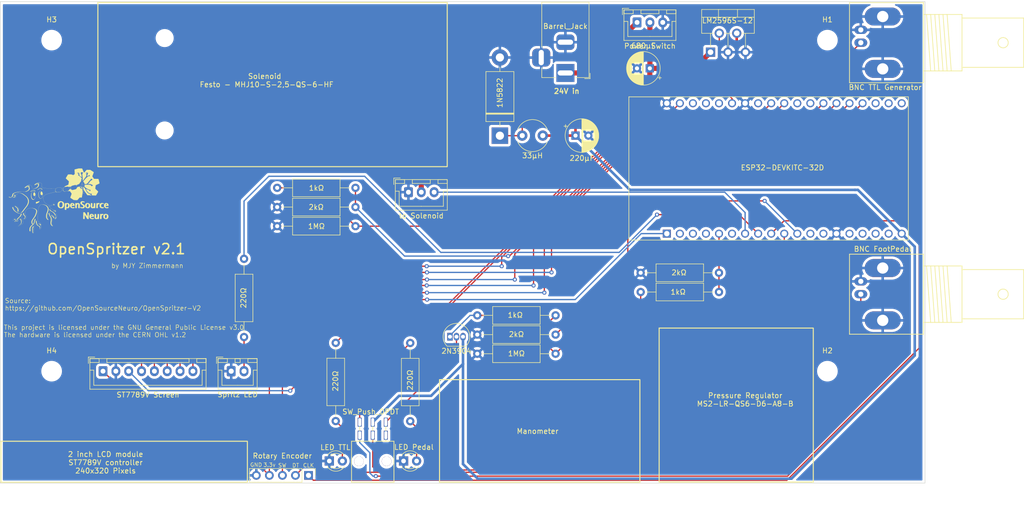
<source format=kicad_pcb>
(kicad_pcb (version 20211014) (generator pcbnew)
  (layers (0 "F.Cu" signal) (31 "B.Cu" signal) (34 "B.Paste" user) (35 "F.Paste" user) (36 "B.SilkS" user "B.Silkscreen") (37 "F.SilkS" user "F.Silkscreen") (38 "B.Mask" user) (39 "F.Mask" user) (44 "Edge.Cuts" user))
  (net 0 "")
  (net 1 "Vin 24V")
  (net 2 "VCC 5V")
  (net 3 "Net-(D2-Pad2)")
  (net 4 "Net-(D3-Pad2)")
  (net 5 "Net-(J1-Pad1)")
  (net 6 "Net-(D1-Pad1)")
  (net 7 "Net-(J3-Pad1)")
  (net 8 "Net-(R1-Pad2)")
  (net 9 "Net-(R2-Pad2)")
  (net 10 "Net-(R3-Pad1)")
  (net 11 "Net-(J2-Pad1)")
  (net 12 "3.3V")
  (net 16 "Solenoid")
  (net 17 "Net-(R6-Pad1)")
  (net 19 "Pedal")
  (net 20 "SpritzLED")
  (net 21 "TTL_Screen")
  (net 26 "TTL")
  (net 30 "Rotary_CLK")
  (net 32 "Rotary_DT")
  (net 36 "Rotary_SW")
  (net 37 "Screen_DIN")
  (net 38 "Screen_CLK")
  (net 42 "Net-(D4-Pad2)")
  (net 43 "Screen_DC")
  (net 45 "Screen_RST")
  (net 47 "Screen_BL")
  (net 48 "Screen_CS")
  (net 49 "GNDREF")
  (footprint "Resistor_THT:R_Axial_DIN0309_L9.0mm_D3.2mm_P15.24mm_Horizontal" (layer "F.Cu") (at 92.85 68.6)
    (fp_text reference "R7")
    (fp_text value "1MΩ" (at 7.62 -0.025) (layer "F.SilkS"))
    (pad "1" thru_hole circle (at 0 0) (size 1.6 1.6) (drill 0.8) (layers *.Cu *.Mask) (net 49 "GNDREF"))
    (pad "2" thru_hole oval (at 15.24 0) (size 1.6 1.6) (drill 0.8) (layers *.Cu *.Mask) (net 21 "TTL_Screen"))
  )
  (footprint "Resistor_THT:R_Axial_DIN0309_L9.0mm_D3.2mm_P15.24mm_Horizontal" (layer "F.Cu") (at 92.85 61.125)
    (fp_text reference "R6")
    (fp_text value "1kΩ" (at 7.395 -0.05) (layer "F.SilkS"))
    (pad "1" thru_hole circle (at 0 0) (size 1.6 1.6) (drill 0.8) (layers *.Cu *.Mask) (net 17 "Net-(R6-Pad1)"))
    (pad "2" thru_hole oval (at 15.24 0) (size 1.6 1.6) (drill 0.8) (layers *.Cu *.Mask) (net 21 "TTL_Screen"))
  )
  (footprint "Connector_JST:JST_XH_B8B-XH-A_1x08_P2.50mm_Vertical" (layer "F.Cu") (at 20 72)
    (fp_text reference "U3")
    (fp_text value "ST7789V Screen" (at 8.75 4.6) (layer "F.SilkS"))
    (pad "1" thru_hole roundrect (at 0 0) (size 1.7 1.95) (drill 0.95) (layers *.Cu *.Mask) (roundrect_rratio 0.1470588235) (net 12 "3.3V"))
    (pad "2" thru_hole oval (at 2.5 0) (size 1.7 1.95) (drill 0.95) (layers *.Cu *.Mask) (net 49 "GNDREF"))
    (pad "3" thru_hole oval (at 5 0) (size 1.7 1.95) (drill 0.95) (layers *.Cu *.Mask) (net 37 "Screen_DIN"))
    (pad "4" thru_hole oval (at 7.5 0) (size 1.7 1.95) (drill 0.95) (layers *.Cu *.Mask) (net 38 "Screen_CLK"))
    (pad "5" thru_hole oval (at 10 0) (size 1.7 1.95) (drill 0.95) (layers *.Cu *.Mask) (net 48 "Screen_CS"))
    (pad "6" thru_hole oval (at 12.5 0) (size 1.7 1.95) (drill 0.95) (layers *.Cu *.Mask) (net 43 "Screen_DC"))
    (pad "7" thru_hole oval (at 15 0) (size 1.7 1.95) (drill 0.95) (layers *.Cu *.Mask) (net 45 "Screen_RST"))
    (pad "8" thru_hole oval (at 17.5 0) (size 1.7 1.95) (drill 0.95) (layers *.Cu *.Mask) (net 47 "Screen_BL"))
  )
  (footprint "Resistor_THT:R_Axial_DIN0309_L9.0mm_D3.2mm_P15.24mm_Horizontal" (layer "F.Cu") (at 47.45 65.35 90)
    (fp_text reference "R5")
    (fp_text value "220Ω" (at 7.62 -0.1 90) (layer "F.SilkS"))
    (pad "1" thru_hole circle (at 0 0 90) (size 1.6 1.6) (drill 0.8) (layers *.Cu *.Mask) (net 42 "Net-(D4-Pad2)"))
    (pad "2" thru_hole oval (at 15.24 0 90) (size 1.6 1.6) (drill 0.8) (layers *.Cu *.Mask) (net 20 "SpritzLED"))
  )
  (footprint "Connector_JST:JST_XH_B2B-XH-A_1x02_P2.50mm_Vertical" (layer "F.Cu") (at 44.95 72)
    (fp_text reference "D4")
    (fp_text value "Spritz LED" (at 1.25 4.55 180) (layer "F.SilkS"))
    (pad "1" thru_hole roundrect (at 0 0) (size 1.7 2) (drill 1) (layers *.Cu *.Mask) (roundrect_rratio 0.1470588235) (net 49 "GNDREF"))
    (pad "2" thru_hole oval (at 2.5 0) (size 1.7 2) (drill 1) (layers *.Cu *.Mask) (net 42 "Net-(D4-Pad2)"))
  )
  (footprint "Resistor_THT:R_Axial_DIN0309_L9.0mm_D3.2mm_P15.24mm_Horizontal" (layer "F.Cu") (at 124.655 56.575)
    (fp_text reference "R3")
    (fp_text value "1kΩ" (at 7.295 0) (layer "F.SilkS"))
    (pad "1" thru_hole circle (at 0 0) (size 1.6 1.6) (drill 0.8) (layers *.Cu *.Mask) (net 10 "Net-(R3-Pad1)"))
    (pad "2" thru_hole oval (at 15.24 0) (size 1.6 1.6) (drill 0.8) (layers *.Cu *.Mask) (net 19 "Pedal"))
  )
  (footprint "Connector_JST:JST_XH_B3B-XH-A_1x03_P2.50mm_Vertical" (layer "F.Cu") (at 79.45 37.125)
    (fp_text reference "J4")
    (fp_text value "to Solenoid" (at 2.5 4.6) (layer "F.SilkS"))
    (pad "1" thru_hole roundrect (at 0 0) (size 1.7 1.95) (drill 0.95) (layers *.Cu *.Mask) (roundrect_rratio 0.1470588235) (net 49 "GNDREF"))
    (pad "2" thru_hole oval (at 2.5 0) (size 1.7 1.95) (drill 0.95) (layers *.Cu *.Mask) (net 1 "Vin 24V"))
    (pad "3" thru_hole oval (at 5 0) (size 1.7 1.95) (drill 0.95) (layers *.Cu *.Mask) (net 16 "Solenoid"))
  )
  (footprint "Connector_PinHeader_2.54mm:PinHeader_1x05_P2.54mm_Vertical" (layer "F.Cu") (at 60 92.3 -90)
    (fp_text reference "SW3")
    (fp_text value "Rotary Encoder" (at -3.8 5.1 180) (layer "F.SilkS"))
    (pad "1" thru_hole rect (at 0 0 270) (size 1.7 1.7) (drill 1) (layers *.Cu *.Mask) (net 30 "Rotary_CLK"))
    (pad "2" thru_hole oval (at 0 2.54 270) (size 1.7 1.7) (drill 1) (layers *.Cu *.Mask) (net 32 "Rotary_DT"))
    (pad "3" thru_hole oval (at 0 5.08 270) (size 1.7 1.7) (drill 1) (layers *.Cu *.Mask) (net 36 "Rotary_SW"))
    (pad "4" thru_hole oval (at 0 7.62 270) (size 1.7 1.7) (drill 1) (layers *.Cu *.Mask) (net 12 "3.3V"))
    (pad "5" thru_hole oval (at 0 10.16 270) (size 1.7 1.7) (drill 1) (layers *.Cu *.Mask) (net 49 "GNDREF"))
  )
  (footprint "MountingHole:MountingHole_2.5mm" (layer "F.Cu") (at 32 7.1)
    (fp_text reference "REF**")
    (fp_text value "MountingHole_2.5mm")
    (pad "" np_thru_hole circle (at 0 0) (size 2.5 2.5) (drill 2.5) (layers *.Cu *.Mask))
  )
  (footprint "LED_THT:LED_D3.0mm" (layer "F.Cu") (at 78.5 89.5)
    (fp_text reference "D2")
    (fp_text value "LED Pedal" (at 2.025 -2.7) (layer "F.SilkS"))
    (pad "1" thru_hole rect (at 0 0) (size 1.8 1.8) (drill 0.9) (layers *.Cu *.Mask) (net 49 "GNDREF"))
    (pad "2" thru_hole circle (at 2.54 0) (size 1.8 1.8) (drill 0.9) (layers *.Cu *.Mask) (net 3 "Net-(D2-Pad2)"))
  )
  (footprint "MountingHole:MountingHole_2.5mm" (layer "F.Cu") (at 32 25.1)
    (fp_text reference "REF**")
    (fp_text value "MountingHole_2.5mm")
    (pad "" np_thru_hole circle (at 0 0) (size 2.5 2.5) (drill 2.5) (layers *.Cu *.Mask))
  )
  (footprint "Maxime:Spiky 20" (layer "F.Cu") (at 11.089525 38.782943)
    (fp_text reference "" (at 0 0) (layer "F.SilkS") (effects (font (size 1.524 1.524) (thickness 0.3))))
    (fp_text value "LOGO" hide)
  )
  (footprint "Maxime:BNC_Socket_TYCO-AMP_LargePads" (layer "F.Cu") (at 172.5 57 -90)
    (fp_text reference "J2")
    (fp_text value "BNC FootPedal" (at -8.8 0.7) (layer "F.SilkS"))
    (pad "1" thru_hole oval locked (at 0 5.00126 270) (size 1.6002 2.49936) (drill 1.00076) (layers *.Cu *.Mask) (net 11 "Net-(J2-Pad1)"))
    (pad "2" thru_hole oval locked (at -5.09778 0.7366 270) (size 3.50012 7.00024) (drill 2.19964) (layers *.Cu *.Mask) (net 49 "GNDREF"))
    (pad "2" thru_hole oval locked (at 5.10032 0.7366 270) (size 3.50012 7.00024) (drill 2.19964) (layers *.Cu *.Mask) (net 49 "GNDREF"))
    (pad "2" thru_hole oval locked (at -2.49936 5.00126 270) (size 1.6002 2.49936) (drill 1.00076) (layers *.Cu *.Mask) (net 49 "GNDREF"))
  )
  (footprint "Resistor_THT:R_Axial_DIN0309_L9.0mm_D3.2mm_P15.24mm_Horizontal" (layer "F.Cu") (at 53.9 43.75)
    (fp_text reference "R9")
    (fp_text value "1MΩ" (at 7.645 0.025) (layer "F.SilkS"))
    (pad "1" thru_hole circle (at 0 0) (size 1.6 1.6) (drill 0.8) (layers *.Cu *.Mask) (net 49 "GNDREF"))
    (pad "2" thru_hole oval (at 15.24 0) (size 1.6 1.6) (drill 0.8) (layers *.Cu *.Mask) (net 7 "Net-(J3-Pad1)"))
  )
  (footprint "Module:MODULE_ESP32-DEVKITC-32D" (layer "F.Cu") (at 149.5 32.5 90)
    (fp_text reference "U1")
    (fp_text value "ESP32-DEVKITC-32D" (at 0.15 2.75 180) (layer "F.SilkS") (effects (font (size 1.001047 1.001047))))
    (pad "1" thru_hole rect locked (at -12.7 -19.76 90) (size 1.56 1.56) (drill 1.04) (layers *.Cu *.Mask) (net 12 "3.3V"))
    (pad "2" thru_hole circle locked (at -12.7 -17.22 90) (size 1.56 1.56) (drill 1.04) (layers *.Cu *.Mask))
    (pad "3" thru_hole circle locked (at -12.7 -14.68 90) (size 1.56 1.56) (drill 1.04) (layers *.Cu *.Mask))
    (pad "4" thru_hole circle locked (at -12.7 -12.14 90) (size 1.56 1.56) (drill 1.04) (layers *.Cu *.Mask))
    (pad "5" thru_hole circle locked (at -12.7 -9.6 90) (size 1.56 1.56) (drill 1.04) (layers *.Cu *.Mask) (net 19 "Pedal"))
    (pad "6" thru_hole circle locked (at -12.7 -7.06 90) (size 1.56 1.56) (drill 1.04) (layers *.Cu *.Mask))
    (pad "7" thru_hole circle locked (at -12.7 -4.52 90) (size 1.56 1.56) (drill 1.04) (layers *.Cu *.Mask) (net 16 "Solenoid"))
    (pad "8" thru_hole circle locked (at -12.7 -1.98 90) (size 1.56 1.56) (drill 1.04) (layers *.Cu *.Mask) (net 20 "SpritzLED"))
    (pad "9" thru_hole circle locked (at -12.7 0.56 90) (size 1.56 1.56) (drill 1.04) (layers *.Cu *.Mask) (net 30 "Rotary_CLK"))
    (pad "10" thru_hole circle locked (at -12.7 3.1 90) (size 1.56 1.56) (drill 1.04) (layers *.Cu *.Mask) (net 32 "Rotary_DT"))
    (pad "11" thru_hole circle locked (at -12.7 5.64 90) (size 1.56 1.56) (drill 1.04) (layers *.Cu *.Mask) (net 21 "TTL_Screen"))
    (pad "12" thru_hole circle locked (at -12.7 8.18 90) (size 1.56 1.56) (drill 1.04) (layers *.Cu *.Mask))
    (pad "13" thru_hole circle locked (at -12.7 10.72 90) (size 1.56 1.56) (drill 1.04) (layers *.Cu *.Mask))
    (pad "14" thru_hole circle locked (at -12.7 13.26 90) (size 1.56 1.56) (drill 1.04) (layers *.Cu *.Mask) (net 49 "GNDREF"))
    (pad "15" thru_hole circle locked (at -12.7 15.8 90) (size 1.56 1.56) (drill 1.04) (layers *.Cu *.Mask))
    (pad "16" thru_hole circle locked (at -12.7 18.34 90) (size 1.56 1.56) (drill 1.04) (layers *.Cu *.Mask))
    (pad "17" thru_hole circle locked (at -12.7 20.88 90) (size 1.56 1.56) (drill 1.04) (layers *.Cu *.Mask))
    (pad "18" thru_hole circle locked (at -12.7 23.42 90) (size 1.56 1.56) (drill 1.04) (layers *.Cu *.Mask))
    (pad "19" thru_hole circle locked (at -12.7 25.96 90) (size 1.56 1.56) (drill 1.04) (layers *.Cu *.Mask) (net 2 "VCC 5V"))
    (pad "20" thru_hole circle locked (at 12.7 -19.76 90) (size 1.56 1.56) (drill 1.04) (layers *.Cu *.Mask) (net 49 "GNDREF"))
    (pad "21" thru_hole circle locked (at 12.7 -17.22 90) (size 1.56 1.56) (drill 1.04) (layers *.Cu *.Mask) (net 37 "Screen_DIN"))
    (pad "22" thru_hole circle locked (at 12.7 -14.68 90) (size 1.56 1.56) (drill 1.04) (layers *.Cu *.Mask))
    (pad "23" thru_hole circle locked (at 12.7 -12.14 90) (size 1.56 1.56) (drill 1.04) (layers *.Cu *.Mask))
    (pad "24" thru_hole circle locked (at 12.7 -9.6 90) (size 1.56 1.56) (drill 1.04) (layers *.Cu *.Mask))
    (pad "25" thru_hole circle locked (at 12.7 -7.06 90) (size 1.56 1.56) (drill 1.04) (layers *.Cu *.Mask) (net 36 "Rotary_SW"))
    (pad "26" thru_hole circle locked (at 12.7 -4.52 90) (size 1.56 1.56) (drill 1.04) (layers *.Cu *.Mask) (net 49 "GNDREF"))
    (pad "27" thru_hole circle locked (at 12.7 -1.98 90) (size 1.56 1.56) (drill 1.04) (layers *.Cu *.Mask))
    (pad "28" thru_hole circle locked (at 12.7 0.56 90) (size 1.56 1.56) (drill 1.04) (layers *.Cu *.Mask) (net 38 "Screen_CLK"))
    (pad "29" thru_hole circle locked (at 12.7 3.1 90) (size 1.56 1.56) (drill 1.04) (layers *.Cu *.Mask) (net 26 "TTL"))
    (pad "30" thru_hole circle locked (at 12.7 5.64 90) (size 1.56 1.56) (drill 1.04) (layers *.Cu *.Mask))
    (pad "31" thru_hole circle locked (at 12.7 8.18 90) (size 1.56 1.56) (drill 1.04) (layers *.Cu *.Mask))
    (pad "32" thru_hole circle locked (at 12.7 10.72 90) (size 1.56 1.56) (drill 1.04) (layers *.Cu *.Mask) (net 43 "Screen_DC"))
    (pad "33" thru_hole circle locked (at 12.7 13.26 90) (size 1.56 1.56) (drill 1.04) (layers *.Cu *.Mask) (net 45 "Screen_RST"))
    (pad "34" thru_hole circle locked (at 12.7 15.8 90) (size 1.56 1.56) (drill 1.04) (layers *.Cu *.Mask) (net 47 "Screen_BL"))
    (pad "35" thru_hole circle locked (at 12.7 18.34 90) (size 1.56 1.56) (drill 1.04) (layers *.Cu *.Mask) (net 48 "Screen_CS"))
    (pad "36" thru_hole circle locked (at 12.7 20.88 90) (size 1.56 1.56) (drill 1.04) (layers *.Cu *.Mask))
    (pad "37" thru_hole circle locked (at 12.7 23.42 90) (size 1.56 1.56) (drill 1.04) (layers *.Cu *.Mask))
    (pad "38" thru_hole circle locked (at 12.7 25.96 90) (size 1.56 1.56) (drill 1.04) (layers *.Cu *.Mask))
  )
  (footprint "Package_TO_SOT_THT:TO-220-5_P3.4x3.7mm_StaggerOdd_Lead3.8mm_Vertical" (layer "F.Cu") (at 138.25 9.85)
    (fp_text reference "U2")
    (fp_text value "LM2596S-12" (at 3.3 -6.15) (layer "F.SilkS"))
    (pad "1" thru_hole rect (at 0 0) (size 1.8 1.8) (drill 1.1) (layers *.Cu *.Mask) (net 1 "Vin 24V"))
    (pad "2" thru_hole oval (at 1.7 -3.7) (size 1.8 1.8) (drill 1.1) (layers *.Cu *.Mask) (net 6 "Net-(D1-Pad1)"))
    (pad "3" thru_hole oval (at 3.4 0) (size 1.8 1.8) (drill 1.1) (layers *.Cu *.Mask) (net 49 "GNDREF"))
    (pad "4" thru_hole oval (at 5.1 -3.7) (size 1.8 1.8) (drill 1.1) (layers *.Cu *.Mask) (net 2 "VCC 5V"))
    (pad "5" thru_hole oval (at 6.8 0) (size 1.8 1.8) (drill 1.1) (layers *.Cu *.Mask) (net 49 "GNDREF"))
  )
  (footprint "Maxime:BNC_Socket_TYCO-AMP_LargePads" (layer "F.Cu") (at 172.5 8 -90)
    (fp_text reference "J3")
    (fp_text value "BNC TTL Generator" (at 8.7 0.25) (layer "F.SilkS"))
    (pad "1" thru_hole oval locked (at 0 5.00126 270) (size 1.6002 2.49936) (drill 1.00076) (layers *.Cu *.Mask) (net 7 "Net-(J3-Pad1)"))
    (pad "2" thru_hole oval locked (at -5.09778 0.7366 270) (size 3.50012 7.00024) (drill 2.19964) (layers *.Cu *.Mask) (net 49 "GNDREF"))
    (pad "2" thru_hole oval locked (at -2.49936 5.00126 270) (size 1.6002 2.49936) (drill 1.00076) (layers *.Cu *.Mask) (net 49 "GNDREF"))
    (pad "2" thru_hole oval locked (at 5.10032 0.7366 270) (size 3.50012 7.00024) (drill 2.19964) (layers *.Cu *.Mask) (net 49 "GNDREF"))
  )
  (footprint "Connector_JST:JST_XH_B3B-XH-A_1x03_P2.50mm_Vertical" (layer "F.Cu") (at 123.95 4.05)
    (fp_text reference "SW1")
    (fp_text value "Power Switch" (at 2.5 4.6) (layer "F.SilkS"))
    (pad "1" thru_hole roundrect (at 0 0) (size 1.7 1.95) (drill 0.95) (layers *.Cu *.Mask) (roundrect_rratio 0.1470588235) (net 5 "Net-(J1-Pad1)"))
    (pad "2" thru_hole oval (at 2.5 0) (size 1.7 1.95) (drill 0.95) (layers *.Cu *.Mask) (net 1 "Vin 24V"))
    (pad "3" thru_hole oval (at 5 0) (size 1.7 1.95) (drill 0.95) (layers *.Cu *.Mask) (net 49 "GNDREF"))
  )
  (footprint "Inductor_THT:L_Radial_D6.0mm_P4.00mm" (layer "F.Cu") (at 101.6 26.1)
    (fp_text reference "L1")
    (fp_text value "33μH" (at 2 3.9) (layer "F.SilkS"))
    (pad "1" thru_hole circle (at 0 0) (size 2 2) (drill 1) (layers *.Cu *.Mask) (net 6 "Net-(D1-Pad1)"))
    (pad "2" thru_hole circle (at 4 0) (size 2 2) (drill 1) (layers *.Cu *.Mask) (net 2 "VCC 5V"))
  )
  (footprint "LED_THT:LED_D3.0mm" (layer "F.Cu") (at 64.05 89.5)
    (fp_text reference "D3")
    (fp_text value "LED TTL" (at 1.175 -2.65) (layer "F.SilkS"))
    (pad "1" thru_hole rect (at 0 0) (size 1.8 1.8) (drill 0.9) (layers *.Cu *.Mask) (net 49 "GNDREF"))
    (pad "2" thru_hole circle (at 2.54 0) (size 1.8 1.8) (drill 0.9) (layers *.Cu *.Mask) (net 4 "Net-(D3-Pad2)"))
  )
  (footprint "Resistor_THT:R_Axial_DIN0309_L9.0mm_D3.2mm_P15.24mm_Horizontal" (layer "F.Cu") (at 124.65 52.825)
    (fp_text reference "R4")
    (fp_text value "2kΩ" (at 7.47 -0.025) (layer "F.SilkS"))
    (pad "1" thru_hole circle (at 0 0) (size 1.6 1.6) (drill 0.8) (layers *.Cu *.Mask) (net 49 "GNDREF"))
    (pad "2" thru_hole oval (at 15.24 0) (size 1.6 1.6) (drill 0.8) (layers *.Cu *.Mask) (net 19 "Pedal"))
  )
  (footprint "MountingHole:MountingHole_3mm" (layer "F.Cu") (at 161 7.5)
    (fp_text reference "H1" (at 0 -4) (layer "F.SilkS"))
    (fp_text value "MountingHole")
    (pad "" np_thru_hole circle (at 0 0) (size 3 3) (drill 3) (layers *.Cu *.Mask))
  )
  (footprint "Resistor_THT:R_Axial_DIN0309_L9.0mm_D3.2mm_P15.24mm_Horizontal" (layer "F.Cu") (at 53.9 40.025)
    (fp_text reference "R10")
    (fp_text value "2kΩ" (at 7.595 0.025) (layer "F.SilkS"))
    (pad "1" thru_hole circle (at 0 0) (size 1.6 1.6) (drill 0.8) (layers *.Cu *.Mask) (net 49 "GNDREF"))
    (pad "2" thru_hole oval (at 15.24 0) (size 1.6 1.6) (drill 0.8) (layers *.Cu *.Mask) (net 26 "TTL"))
  )
  (footprint "Maxime:maxi_DPDT_Angled" (layer "F.Cu") (at 72.5 93.65)
    (fp_text reference "SW2" hide)
    (fp_text value "SW_Push_DPDT" (at -0.4 -13.75) (layer "F.SilkS"))
    (pad "" thru_hole circle locked (at -2.7 -4.1) (size 1.85 1.85) (drill 1.85) (layers *.Cu *.Mask))
    (pad "" thru_hole circle locked (at 2.7 -4.1) (size 1.85 1.85) (drill 1.85) (layers *.Cu *.Mask))
    (pad "1" thru_hole rect locked (at -2.54 -11.72) (size 0.75 1.75) (drill oval 0.55 1.55) (layers *.Cu *.Mask) (net 8 "Net-(R1-Pad2)"))
    (pad "2" thru_hole rect locked (at 0 -11.72) (size 0.75 1.75) (drill oval 0.55 1.55) (layers *.Cu *.Mask) (net 2 "VCC 5V"))
    (pad "3" thru_hole rect locked (at 2.54 -11.72) (size 0.75 1.75) (drill oval 0.55 1.55) (layers *.Cu *.Mask) (net 9 "Net-(R2-Pad2)"))
    (pad "4" thru_hole rect locked (at -2.54 -9.18) (size 0.75 1.75) (drill oval 0.55 1.55) (layers *.Cu *.Mask) (net 11 "Net-(J2-Pad1)"))
    (pad "5" thru_hole rect locked (at 0 -9.18) (size 0.75 1.75) (drill oval 0.55 1.55) (layers *.Cu *.Mask) (net 10 "Net-(R3-Pad1)"))
    (pad "6" thru_hole rect locked (at 2.54 -9.18) (size 0.75 1.75) (drill oval 0.55 1.55) (layers *.Cu *.Mask))
  )
  (footprint "Resistor_THT:R_Axial_DIN0309_L9.0mm_D3.2mm_P15.24mm_Horizontal" (layer "F.Cu") (at 65.3 81.72 90)
    (fp_text reference "R2")
    (fp_text value "220Ω" (at 7.795 -0.05 90) (layer "F.SilkS"))
    (pad "1" thru_hole circle (at 0 0 90) (size 1.6 1.6) (drill 0.8) (layers *.Cu *.Mask) (net 4 "Net-(D3-Pad2)"))
    (pad "2" thru_hole oval (at 15.24 0 90) (size 1.6 1.6) (drill 0.8) (layers *.Cu *.Mask) (net 9 "Net-(R2-Pad2)"))
  )
  (footprint "Resistor_THT:R_Axial_DIN0309_L9.0mm_D3.2mm_P15.24mm_Horizontal" (layer "F.Cu") (at 92.85 64.875)
    (fp_text reference "R8")
    (fp_text value "2kΩ" (at 7.62 -0.05) (layer "F.SilkS"))
    (pad "1" thru_hole circle (at 0 0) (size 1.6 1.6) (drill 0.8) (layers *.Cu *.Mask) (net 49 "GNDREF"))
    (pad "2" thru_hole oval (at 15.24 0) (size 1.6 1.6) (drill 0.8) (layers *.Cu *.Mask) (net 17 "Net-(R6-Pad1)"))
  )
  (footprint "Resistor_THT:R_Axial_DIN0309_L9.0mm_D3.2mm_P15.24mm_Horizontal" (layer "F.Cu") (at 53.9 36.275)
    (fp_text reference "R11")
    (fp_text value "1kΩ" (at 7.645 0.05) (layer "F.SilkS"))
    (pad "1" thru_hole circle (at 0 0) (size 1.6 1.6) (drill 0.8) (layers *.Cu *.Mask) (net 7 "Net-(J3-Pad1)"))
    (pad "2" thru_hole oval (at 15.24 0) (size 1.6 1.6) (drill 0.8) (layers *.Cu *.Mask) (net 26 "TTL"))
  )
  (footprint "Diode_THT:D_DO-201AD_P15.24mm_Horizontal" (layer "F.Cu") (at 97.25 26.12 90)
    (fp_text reference "D1")
    (fp_text value "1N5822" (at 8.35 0 90) (layer "F.SilkS"))
    (pad "1" thru_hole rect (at 0 0 90) (size 3.2 3.2) (drill 1.6) (layers *.Cu *.Mask) (net 6 "Net-(D1-Pad1)"))
    (pad "2" thru_hole oval (at 15.24 0 90) (size 3.2 3.2) (drill 1.6) (layers *.Cu *.Mask) (net 49 "GNDREF"))
  )
  (footprint "MountingHole:MountingHole_3mm" (layer "F.Cu") (at 161 72)
    (fp_text reference "H2" (at 0 -4) (layer "F.SilkS"))
    (fp_text value "MountingHole")
    (pad "" np_thru_hole circle (at 0 0) (size 3 3) (drill 3) (layers *.Cu *.Mask))
  )
  (footprint "MountingHole:MountingHole_3mm" (layer "F.Cu") (at 10 7.5)
    (fp_text reference "H3" (at 0 -4) (layer "F.SilkS"))
    (fp_text value "MountingHole")
    (pad "" np_thru_hole circle (at 0 0) (size 3 3) (drill 3) (layers *.Cu *.Mask))
  )
  (footprint "Capacitor_THT:CP_Radial_D6.3mm_P2.50mm" (layer "F.Cu") (at 126.43238 13 180)
    (fp_text reference "C1")
    (fp_text value "680μF" (at 1.25 4.4) (layer "F.SilkS"))
    (pad "1" thru_hole rect (at 0 0 180) (size 1.6 1.6) (drill 0.8) (layers *.Cu *.Mask) (net 1 "Vin 24V"))
    (pad "2" thru_hole circle (at 2.5 0 180) (size 1.6 1.6) (drill 0.8) (layers *.Cu *.Mask) (net 49 "GNDREF"))
  )
  (footprint "Resistor_THT:R_Axial_DIN0309_L9.0mm_D3.2mm_P15.24mm_Horizontal" (layer "F.Cu") (at 79.8 81.745 90)
    (fp_text reference "R1")
    (fp_text value "220Ω" (at 8.02 -0.025 90) (layer "F.SilkS"))
    (pad "1" thru_hole circle (at 0 0 90) (size 1.6 1.6) (drill 0.8) (layers *.Cu *.Mask) (net 3 "Net-(D2-Pad2)"))
    (pad "2" thru_hole oval (at 15.24 0 90) (size 1.6 1.6) (drill 0.8) (layers *.Cu *.Mask) (net 8 "Net-(R1-Pad2)"))
  )
  (footprint "Capacitor_THT:CP_Radial_D6.3mm_P2.50mm" (layer "F.Cu") (at 111.967621 26.1)
    (fp_text reference "C2")
    (fp_text value "220μF" (at 1.25 4.4) (layer "F.SilkS"))
    (pad "1" thru_hole rect (at 0 0) (size 1.6 1.6) (drill 0.8) (layers *.Cu *.Mask) (net 2 "VCC 5V"))
    (pad "2" thru_hole circle (at 2.5 0) (size 1.6 1.6) (drill 0.8) (layers *.Cu *.Mask) (net 49 "GNDREF"))
  )
  (footprint "Connector_BarrelJack:BarrelJack_Horizontal" (layer "F.Cu") (at 110 13.9 -90)
    (fp_text reference "J1")
    (fp_text value "Barrel_Jack" (at -9.1 0 180) (layer "F.SilkS"))
    (pad "1" thru_hole rect (at 0 0 270) (size 3.5 3.5) (drill oval 1 3) (layers *.Cu *.Mask) (net 5 "Net-(J1-Pad1)"))
    (pad "2" thru_hole roundrect (at -6 0 270) (size 3 3.5) (drill oval 1 3) (layers *.Cu *.Mask) (net 49 "GNDREF"))
    (pad "3" thru_hole roundrect (at -3 4.7 270) (size 3.5 3.5) (drill oval 3 1) (layers *.Cu *.Mask) (net 49 "GNDREF"))
  )
  (footprint "Package_TO_SOT_THT:TO-92_Inline" (layer "F.Cu") (at 87.53 65.285)
    (fp_text reference "Q1")
    (fp_text value "2N3904" (at 1.27 2.79) (layer "F.SilkS"))
    (pad "1" thru_hole rect (at 0 0) (size 1.05 1.5) (drill 0.75) (layers *.Cu *.Mask) (net 17 "Net-(R6-Pad1)"))
    (pad "2" thru_hole oval (at 1.27 0) (size 1.05 1.5) (drill 0.75) (layers *.Cu *.Mask) (net 9 "Net-(R2-Pad2)"))
    (pad "3" thru_hole oval (at 2.54 0) (size 1.05 1.5) (drill 0.75) (layers *.Cu *.Mask) (net 2 "VCC 5V"))
  )
  (footprint "MountingHole:MountingHole_3mm" (layer "F.Cu") (at 10 72)
    (fp_text reference "H4" (at 0 -4) (layer "F.SilkS"))
    (fp_text value "MountingHole")
    (pad "" np_thru_hole circle (at 0 0) (size 3 3) (drill 3) (layers *.Cu *.Mask))
  )
  (gr_rect (start 85.5 73.65) (end 124.5 93.65) (layer "F.SilkS") (width 0.2) (fill none))
  (gr_rect (start 128.25 63.6) (end 158.25 93.6) (layer "F.SilkS") (width 0.2) (fill none))
  (gr_rect (start 19 0.15) (end 87 32.15) (layer "F.SilkS") (width 0.2) (fill none))
  (gr_rect (start 0.15 85.65) (end 48.1 93.65) (layer "F.SilkS") (width 0.2) (fill none))
  (gr_rect (start 0 0) (end 180 93.8) (layer "Edge.Cuts") (width 0.1) (fill none))
  (gr_text "24V in" (at 110.25 17.45) (layer "F.SilkS") (effects (font (size 1 1) (thickness 0.2))))
  (gr_text "by MJY Zimmermann\n" (at 35.7 51.45) (layer "F.SilkS") (effects (font (size 0.9 0.9) (thickness 0.1)) (justify right)))
  (gr_text "Source:\nhttps://github.com/OpenSourceNeuro/OpenSpritzer-V2" (at 0.85 59) (layer "F.SilkS") (effects (font (size 0.9 0.9) (thickness 0.1)) (justify left)))
  (gr_text "Manometer\n" (at 104.6 83.7) (layer "F.SilkS") (effects (font (size 1 1))))
  (gr_text "GND" (at 49.8 90.25) (layer "F.SilkS") (effects (font (size 0.75 0.75) (thickness 0.1))))
  (gr_text "SW" (at 54.9 90.35) (layer "F.SilkS") (effects (font (size 0.75 0.75) (thickness 0.1))))
  (gr_text "DT" (at 57.5 90.35) (layer "F.SilkS") (effects (font (size 0.75 0.75) (thickness 0.1))))
  (gr_text "2 inch LCD module\nST7789V controller\n240x320 Pixels" (at 20.5 89.8) (layer "F.SilkS") (effects (font (size 1 1))))
  (gr_text "OpenSpritzer v2.1" (at 22.6 48.2) (layer "F.SilkS") (effects (font (size 2 2) (thickness 0.3))))
  (gr_text "Pressure Regulator\nMS2-LR-QS6-D6-A8-B" (at 145 77.55) (layer "F.SilkS") (effects (font (size 1 1))))
  (gr_text "CLK" (at 60 90.35) (layer "F.SilkS") (effects (font (size 0.75 0.75) (thickness 0.1))))
  (gr_text "This project is licensed under the GNU General Public License v3.0\nThe hardware is licensed under the CERN OHL v1.2" (at 0.65 64.2) (layer "F.SilkS") (effects (font (size 0.9 0.9) (thickness 0.1)) (justify left)))
  (gr_text "3.3v" (at 52.4 90.25) (layer "F.SilkS") (effects (font (size 0.75 0.75) (thickness 0.1))))
  (gr_text "Solenoid \nFesto - MHJ10-S-2,5-QS-6-HF" (at 51.85 15.35) (layer "F.SilkS") (effects (font (size 1 1))))
  (segment (start 126.45 4.05) (end 126.45 12.98238) (width 1) (layer "F.Cu") (net 1))
  (segment (start 135.1 13) (end 138.25 9.85) (width 1) (layer "F.Cu") (net 1))
  (segment (start 124.158952 18.5) (end 126.43238 16.226572) (width 1) (layer "F.Cu") (net 1))
  (segment (start 126.45 12.98238) (end 126.43238 13) (width 0.25) (layer "F.Cu") (net 1))
  (segment (start 81.95 37.125) (end 81.95 26.7) (width 1) (layer "F.Cu") (net 1))
  (segment (start 90.15 18.5) (end 124.158952 18.5) (width 1) (layer "F.Cu") (net 1))
  (segment (start 126.43238 13) (end 135.1 13) (width 1) (layer "F.Cu") (net 1))
  (segment (start 126.43238 16.226572) (end 126.43238 13) (width 1) (layer "F.Cu") (net 1))
  (segment (start 81.95 26.7) (end 90.15 18.5) (width 1) (layer "F.Cu") (net 1))
  (segment (start 143.35 14.85) (end 143.35 6.15) (width 0.5) (layer "F.Cu") (net 2))
  (segment (start 105.6 26.1) (end 111.967621 26.1) (width 0.5) (layer "F.Cu") (net 2))
  (segment (start 127.554779 17.12596) (end 141.07404 17.12596) (width 0.5) (layer "F.Cu") (net 2))
  (segment (start 124.230738 20.45) (end 127.554779 17.12596) (width 0.5) (layer "F.Cu") (net 2))
  (segment (start 114.6 20.45) (end 124.230738 20.45) (width 0.5) (layer "F.Cu") (net 2))
  (segment (start 111.967621 26.1) (end 111.967621 23.082379) (width 0.5) (layer "F.Cu") (net 2))
  (segment (start 111.967621 23.082379) (end 114.6 20.45) (width 0.5) (layer "F.Cu") (net 2))
  (segment (start 141.07404 17.12596) (end 143.35 14.85) (width 0.5) (layer "F.Cu") (net 2))
  (segment (start 178 51) (end 178 48.05) (width 0.5) (layer "B.Cu") (net 2))
  (segment (start 166.37452 36.67548) (end 166.93548 36.67548) (width 0.5) (layer "B.Cu") (net 2))
  (segment (start 79.975 76.8) (end 79.1 76.8) (width 0.5) (layer "B.Cu") (net 2))
  (segment (start 90.07 65.285) (end 90.07 66.705) (width 0.5) (layer "B.Cu") (net 2))
  (segment (start 79.1 76.8) (end 77.63 76.8) (width 0.5) (layer "B.Cu") (net 2))
  (segment (start 122.543101 36.67548) (end 166.37452 36.67548) (width 0.5) (layer "B.Cu") (net 2))
  (segment (start 178 68.95) (end 178 51) (width 0.5) (layer "B.Cu") (net 2))
  (segment (start 178 51.65128) (end 178 51) (width 0.25) (layer "B.Cu") (net 2))
  (segment (start 154 92.95) (end 178 68.95) (width 0.5) (layer "B.Cu") (net 2))
  (segment (start 90.07 70.595) (end 90.07 90.095) (width 0.5) (layer "B.Cu") (net 2))
  (segment (start 178 47.74) (end 178 48.05) (width 0.5) (layer "B.Cu") (net 2))
  (segment (start 175.46 45.2) (end 178 47.74) (width 0.5) (layer "B.Cu") (net 2))
  (segment (start 90.07 90.095) (end 92.925 92.95) (width 0.5) (layer "B.Cu") (net 2))
  (segment (start 83.865 76.8) (end 90.07 70.595) (width 0.5) (layer "B.Cu") (net 2))
  (segment (start 166.93548 36.67548) (end 175.46 45.2) (width 0.5) (layer "B.Cu") (net 2))
  (segment (start 92.925 92.95) (end 154 92.95) (width 0.5) (layer "B.Cu") (net 2))
  (segment (start 77.63 76.8) (end 72.5 81.93) (width 0.5) (layer "B.Cu") (net 2))
  (segment (start 111.967621 26.1) (end 122.543101 36.67548) (width 0.5) (layer "B.Cu") (net 2))
  (segment (start 79.1 76.8) (end 83.865 76.8) (width 0.5) (layer "B.Cu") (net 2))
  (segment (start 90.07 66.705) (end 90.07 70.595) (width 0.5) (layer "B.Cu") (net 2))
  (segment (start 81.04 89.5) (end 81.04 82.985) (width 0.25) (layer "F.Cu") (net 3))
  (segment (start 81.04 82.985) (end 79.8 81.745) (width 0.25) (layer "F.Cu") (net 3))
  (segment (start 66.59 83.01) (end 65.3 81.72) (width 0.25) (layer "F.Cu") (net 4))
  (segment (start 66.59 89.5) (end 66.59 83.01) (width 0.25) (layer "F.Cu") (net 4))
  (segment (start 110 13.9) (end 114.1 13.9) (width 1) (layer "F.Cu") (net 5))
  (segment (start 114.1 13.9) (end 123.95 4.05) (width 1) (layer "F.Cu") (net 5))
  (segment (start 124.125 19.7) (end 127.27356 16.55144) (width 0.25) (layer "F.Cu") (net 6))
  (segment (start 101.6 26.1) (end 101.6 23.2) (width 0.25) (layer "F.Cu") (net 6))
  (segment (start 138.92356 16.55144) (end 139.95 15.525) (width 0.25) (layer "F.Cu") (net 6))
  (segment (start 101.58 26.12) (end 101.6 26.1) (width 0.25) (layer "F.Cu") (net 6))
  (segment (start 139.95 15.525) (end 139.95 6.15) (width 0.25) (layer "F.Cu") (net 6))
  (segment (start 105.1 19.7) (end 124.125 19.7) (width 0.25) (layer "F.Cu") (net 6))
  (segment (start 101.6 23.2) (end 105.1 19.7) (width 0.25) (layer "F.Cu") (net 6))
  (segment (start 97.25 26.12) (end 101.58 26.12) (width 0.25) (layer "F.Cu") (net 6))
  (segment (start 127.27356 16.55144) (end 138.92356 16.55144) (width 0.25) (layer "F.Cu") (net 6))
  (segment (start 158.92374 16.575) (end 157.79826 17.70048) (width 0.25) (layer "F.Cu") (net 7))
  (segment (start 159.21187 16.28687) (end 158.92374 16.575) (width 0.25) (layer "F.Cu") (net 7))
  (segment (start 162.53687 12.96187) (end 167.49874 8) (width 0.25) (layer "F.Cu") (net 7))
  (segment (start 162.53687 12.96187) (end 159.21187 16.28687) (width 0.25) (layer "F.Cu") (net 7))
  (segment (start 127.792752 17.70048) (end 101.743232 43.75) (width 0.25) (layer "F.Cu") (net 7))
  (segment (start 101.743232 43.75) (end 69.14 43.75) (width 0.25) (layer "F.Cu") (net 7))
  (segment (start 61.665 36.275) (end 69.14 43.75) (width 0.25) (layer "F.Cu") (net 7))
  (segment (start 159.21187 16.28687) (end 157.79826 17.70048) (width 0.25) (layer "F.Cu") (net 7))
  (segment (start 53.9 36.275) (end 61.665 36.275) (width 0.25) (layer "F.Cu") (net 7))
  (segment (start 157.79826 17.70048) (end 127.792752 17.70048) (width 0.25) (layer "F.Cu") (net 7))
  (segment (start 160.24874 15.25) (end 162.53687 12.96187) (width 0.25) (layer "F.Cu") (net 7))
  (segment (start 69.96 76.345) (end 79.8 66.505) (width 0.25) (layer "F.Cu") (net 8))
  (segment (start 69.96 81.93) (end 69.96 76.345) (width 0.25) (layer "F.Cu") (net 8))
  (segment (start 81.775 65.725) (end 81.775 75.195) (width 0.25) (layer "F.Cu") (net 9))
  (segment (start 88.8 68.17) (end 81.1225 75.8475) (width 0.25) (layer "F.Cu") (net 9))
  (segment (start 81.1225 75.8475) (end 75.04 81.93) (width 0.25) (layer "F.Cu") (net 9))
  (segment (start 67.28 64.5) (end 80.55 64.5) (width 0.25) (layer "F.Cu") (net 9))
  (segment (start 80.55 64.5) (end 81.775 65.725) (width 0.25) (layer "F.Cu") (net 9))
  (segment (start 88.8 65.285) (end 88.8 68.17) (width 0.25) (layer "F.Cu") (net 9))
  (segment (start 65.3 66.48) (end 67.28 64.5) (width 0.25) (layer "F.Cu") (net 9))
  (segment (start 81.775 75.195) (end 81.1225 75.8475) (width 0.25) (layer "F.Cu") (net 9))
  (segment (start 72.5 84.47) (end 72.5 90.614282) (width 0.25) (layer "F.Cu") (net 10))
  (segment (start 123.7 86.35) (end 124.63 85.42) (width 0.25) (layer "F.Cu") (net 10))
  (segment (start 118.8 91.25) (end 123.7 86.35) (width 0.25) (layer "F.Cu") (net 10))
  (segment (start 124.63 85.42) (end 124.63 58.9) (width 0.25) (layer "F.Cu") (net 10))
  (segment (start 124.655 56.575) (end 124.655 85.395) (width 0.25) (layer "F.Cu") (net 10))
  (segment (start 124.655 85.395) (end 123.7 86.35) (width 0.25) (layer "F.Cu") (net 10))
  (segment (start 73.135718 91.25) (end 118.8 91.25) (width 0.25) (layer "F.Cu") (net 10))
  (segment (start 72.5 90.614282) (end 73.135718 91.25) (width 0.25) (layer "F.Cu") (net 10))
  (segment (start 153.25 92.45) (end 153.8 91.9) (width 0.25) (layer "F.Cu") (net 11))
  (segment (start 73.1 92.45) (end 153.25 92.45) (width 0.25) (layer "F.Cu") (net 11))
  (segment (start 153.8 91.9) (end 167.49874 78.20126) (width 0.25) (layer "F.Cu") (net 11))
  (segment (start 167.49874 78.20126) (end 167.49874 57) (width 0.25) (layer "F.Cu") (net 11))
  (via (at 73.1 92.45) (size 0.8) (drill 0.4) (layers "F.Cu" "B.Cu") (net 11))
  (segment (start 69.96 84.47) (end 69.96 85.91) (width 0.25) (layer "B.Cu") (net 11))
  (segment (start 71.95 91.85) (end 72.55 92.45) (width 0.25) (layer "B.Cu") (net 11))
  (segment (start 71.95 87.9) (end 71.95 91.85) (width 0.25) (layer "B.Cu") (net 11))
  (segment (start 69.96 85.91) (end 71.95 87.9) (width 0.25) (layer "B.Cu") (net 11))
  (segment (start 72.55 92.45) (end 73.1 92.45) (width 0.25) (layer "B.Cu") (net 11))
  (segment (start 32.9 84.9) (end 44.98 84.9) (width 0.25) (layer "F.Cu") (net 12))
  (segment (start 52.38 92.3) (end 52.38 63.92) (width 0.25) (layer "F.Cu") (net 12))
  (segment (start 44.98 84.9) (end 52.38 92.3) (width 0.25) (layer "F.Cu") (net 12))
  (segment (start 20 72) (end 32.9 84.9) (width 0.25) (layer "F.Cu") (net 12))
  (segment (start 52.38 63.92) (end 58.25 58.05) (width 0.25) (layer "F.Cu") (net 12))
  (segment (start 58.25 58.05) (end 83.075 58.05) (width 0.25) (layer "F.Cu") (net 12))
  (via (at 83.075 58.05) (size 0.8) (drill 0.4) (layers "F.Cu" "B.Cu") (net 12))
  (segment (start 129.74 45.2) (end 124.760718 45.2) (width 0.25) (layer "B.Cu") (net 12))
  (segment (start 124.760718 45.2) (end 111.910717 58.05) (width 0.25) (layer "B.Cu") (net 12))
  (segment (start 111.910717 58.05) (end 83.075 58.05) (width 0.25) (layer "B.Cu") (net 12))
  (segment (start 84.45 37.125) (end 141.007016 37.125) (width 0.25) (layer "B.Cu") (net 16))
  (segment (start 144.98 41.097984) (end 144.98 45.2) (width 0.25) (layer "B.Cu") (net 16))
  (segment (start 141.007016 37.125) (end 144.98 41.097984) (width 0.25) (layer "B.Cu") (net 16))
  (segment (start 109.525 63.44) (end 108.09 64.875) (width 0.25) (layer "F.Cu") (net 17))
  (segment (start 100.575 59.325) (end 109 59.325) (width 0.25) (layer "F.Cu") (net 17))
  (segment (start 98.775 61.125) (end 100.575 59.325) (width 0.25) (layer "F.Cu") (net 17))
  (segment (start 109.525 59.85) (end 109.525 63.44) (width 0.25) (layer "F.Cu") (net 17))
  (segment (start 92.85 61.125) (end 98.775 61.125) (width 0.25) (layer "F.Cu") (net 17))
  (segment (start 109 59.325) (end 109.525 59.85) (width 0.25) (layer "F.Cu") (net 17))
  (segment (start 87.53 65.285) (end 87.53 65.06) (width 0.25) (layer "B.Cu") (net 17))
  (segment (start 87.53 65.06) (end 91.465 61.125) (width 0.25) (layer "B.Cu") (net 17))
  (segment (start 91.465 61.125) (end 92.85 61.125) (width 0.25) (layer "B.Cu") (net 17))
  (segment (start 139.9 45.2) (end 139.9 52.815) (width 0.25) (layer "F.Cu") (net 19))
  (segment (start 139.87 45.23) (end 139.9 45.2) (width 0.25) (layer "F.Cu") (net 19))
  (segment (start 139.9 52.815) (end 139.89 52.825) (width 0.25) (layer "F.Cu") (net 19))
  (segment (start 139.89 52.825) (end 139.89 56.57) (width 0.25) (layer "F.Cu") (net 19))
  (segment (start 139.89 56.57) (end 139.895 56.575) (width 0.25) (layer "F.Cu") (net 19))
  (segment (start 143.82 41.5) (end 147.52 45.2) (width 0.25) (layer "F.Cu") (net 20))
  (segment (start 127.825 41.5) (end 143.82 41.5) (width 0.25) (layer "F.Cu") (net 20))
  (via (at 127.825 41.5) (size 0.8) (drill 0.4) (layers "F.Cu" "B.Cu") (net 20))
  (segment (start 85.750489 48.850489) (end 120.474511 48.850489) (width 0.25) (layer "B.Cu") (net 20))
  (segment (start 70.925 34.025) (end 85.750489 48.850489) (width 0.25) (layer "B.Cu") (net 20))
  (segment (start 52.275 34.025) (end 70.925 34.025) (width 0.25) (layer "B.Cu") (net 20))
  (segment (start 47.45 50.11) (end 47.45 38.85) (width 0.25) (layer "B.Cu") (net 20))
  (segment (start 47.45 38.85) (end 52.275 34.025) (width 0.25) (layer "B.Cu") (net 20))
  (segment (start 120.474511 48.850489) (end 127.825 41.5) (width 0.25) (layer "B.Cu") (net 20))
  (segment (start 108.09 68.6) (end 105.1 65.61) (width 0.25) (layer "F.Cu") (net 21))
  (segment (start 108.09 68.6) (end 122.15 54.54) (width 0.25) (layer "F.Cu") (net 21))
  (segment (start 125.425 38.825) (end 148.775 38.825) (width 0.25) (layer "F.Cu") (net 21))
  (segment (start 105.1 65.61) (end 105.1 64.115) (width 0.25) (layer "F.Cu") (net 21))
  (segment (start 122.15 54.54) (end 122.15 42.1) (width 0.25) (layer "F.Cu") (net 21))
  (segment (start 122.15 42.1) (end 125.425 38.825) (width 0.25) (layer "F.Cu") (net 21))
  (segment (start 105.1 64.115) (end 108.09 61.125) (width 0.25) (layer "F.Cu") (net 21))
  (via (at 148.775 38.825) (size 0.8) (drill 0.4) (layers "F.Cu" "B.Cu") (net 21))
  (segment (start 155.14 45.2) (end 148.775 38.835) (width 0.25) (layer "B.Cu") (net 21))
  (segment (start 148.775 38.835) (end 148.775 38.825) (width 0.25) (layer "B.Cu") (net 21))
  (segment (start 152.6 19.8) (end 149.22048 23.17952) (width 0.25) (layer "F.Cu") (net 26))
  (segment (start 149.22048 23.17952) (end 125.502608 23.17952) (width 0.25) (layer "F.Cu") (net 26))
  (segment (start 69.14 36.275) (end 69.14 40.025) (width 0.25) (layer "F.Cu") (net 26))
  (segment (start 125.502608 23.17952) (end 99.107128 49.575) (width 0.25) (layer "F.Cu") (net 26))
  (segment (start 99.107128 49.575) (end 98.85 49.575) (width 0.25) (layer "F.Cu") (net 26))
  (via (at 98.85 49.575) (size 0.8) (drill 0.4) (layers "F.Cu" "B.Cu") (net 26))
  (segment (start 78.69 49.575) (end 98.85 49.575) (width 0.25) (layer "B.Cu") (net 26))
  (segment (start 69.14 40.025) (end 78.69 49.575) (width 0.25) (layer "B.Cu") (net 26))
  (segment (start 60 92.3) (end 60.94952 93.24952) (width 0.25) (layer "F.Cu") (net 30))
  (segment (start 178.85 46.3) (end 178.85 52) (width 0.25) (layer "F.Cu") (net 30))
  (segment (start 178.85 67.5) (end 178.85 52) (width 0.25) (layer "F.Cu") (net 30))
  (segment (start 152.56 42.7) (end 175.25 42.7) (width 0.25) (layer "F.Cu") (net 30))
  (segment (start 175.25 42.7) (end 178.85 46.3) (width 0.25) (layer "F.Cu") (net 30))
  (segment (start 60.94952 93.24952) (end 153.10048 93.24952) (width 0.25) (layer "F.Cu") (net 30))
  (segment (start 153.10048 93.24952) (end 178.85 67.5) (width 0.25) (layer "F.Cu") (net 30))
  (segment (start 150.06 45.2) (end 152.56 42.7) (width 0.25) (layer "F.Cu") (net 30))
  (segment (start 152.6 45.2) (end 152.6 65.7) (width 0.25) (layer "F.Cu") (net 32))
  (segment (start 59.01 90.75) (end 57.46 92.3) (width 0.25) (layer "F.Cu") (net 32))
  (segment (start 126.60048 91.69952) (end 62.19952 91.69952) (width 0.25) (layer "F.Cu") (net 32))
  (segment (start 152.6 65.7) (end 126.60048 91.69952) (width 0.25) (layer "F.Cu") (net 32))
  (segment (start 61.25 90.75) (end 59.01 90.75) (width 0.25) (layer "F.Cu") (net 32))
  (segment (start 62.19952 91.69952) (end 61.25 90.75) (width 0.25) (layer "F.Cu") (net 32))
  (segment (start 61.664282 62.55) (end 54.92 69.294282) (width 0.25) (layer "F.Cu") (net 36))
  (segment (start 142.44 18.89) (end 141.7 18.15) (width 0.25) (layer "F.Cu") (net 36))
  (segment (start 83.578951 62.55) (end 61.664282 62.55) (width 0.25) (layer "F.Cu") (net 36))
  (segment (start 141.7 18.15) (end 127.97895 18.15) (width 0.25) (layer "F.Cu") (net 36))
  (segment (start 54.92 69.294282) (end 54.92 92.3) (width 0.25) (layer "F.Cu") (net 36))
  (segment (start 127.97895 18.15) (end 83.578951 62.55) (width 0.25) (layer "F.Cu") (net 36))
  (segment (start 142.44 19.8) (end 142.44 18.89) (width 0.25) (layer "F.Cu") (net 36))
  (segment (start 132.28 19.8) (end 129.79952 22.28048) (width 0.25) (layer "F.Cu") (net 37))
  (segment (start 124.484189 22.28048) (end 83.765149 62.99952) (width 0.25) (layer "F.Cu") (net 37))
  (segment (start 61.85048 62.99952) (end 59.225 65.625) (width 0.25) (layer "F.Cu") (net 37))
  (segment (start 129.79952 22.28048) (end 124.484189 22.28048) (width 0.25) (layer "F.Cu") (net 37))
  (segment (start 59.225 73.025) (end 56.45 75.8) (width 0.25) (layer "F.Cu") (net 37))
  (segment (start 83.765149 62.99952) (end 61.85048 62.99952) (width 0.25) (layer "F.Cu") (net 37))
  (segment (start 59.225 65.625) (end 59.225 73.025) (width 0.25) (layer "F.Cu") (net 37))
  (via (at 56.45 75.8) (size 0.8) (drill 0.4) (layers "F.Cu" "B.Cu") (net 37))
  (segment (start 28.8 75.8) (end 25 72) (width 0.25) (layer "B.Cu") (net 37))
  (segment (start 56.45 75.8) (end 28.8 75.8) (width 0.25) (layer "B.Cu") (net 37))
  (segment (start 97.6 51.55) (end 97.6 49.800386) (width 0.25) (layer "F.Cu") (net 38))
  (segment (start 147.13 22.73) (end 150.06 19.8) (width 0.25) (layer "F.Cu") (net 38))
  (segment (start 27.5 72) (end 27.5 69.85) (width 0.25) (layer "F.Cu") (net 38))
  (segment (start 97.6 49.800386) (end 124.670386 22.73) (width 0.25) (layer "F.Cu") (net 38))
  (segment (start 124.670386 22.73) (end 147.13 22.73) (width 0.25) (layer "F.Cu") (net 38))
  (segment (start 45.8 51.55) (end 83 51.55) (width 0.25) (layer "F.Cu") (net 38))
  (segment (start 27.5 69.85) (end 45.8 51.55) (width 0.25) (layer "F.Cu") (net 38))
  (via (at 83 51.55) (size 0.8) (drill 0.4) (layers "F.Cu" "B.Cu") (net 38))
  (via (at 97.6 51.55) (size 0.8) (drill 0.4) (layers "F.Cu" "B.Cu") (net 38))
  (segment (start 83 51.55) (end 97.6 51.55) (width 0.25) (layer "B.Cu") (net 38))
  (segment (start 47.45 65.35) (end 47.45 72) (width 0.25) (layer "F.Cu") (net 42))
  (segment (start 125.688806 23.62904) (end 100.15 49.167846) (width 0.25) (layer "F.Cu") (net 43))
  (segment (start 126.65404 23.62904) (end 125.688806 23.62904) (width 0.25) (layer "F.Cu") (net 43))
  (segment (start 126.65404 23.62904) (end 156.39096 23.62904) (width 0.25) (layer "F.Cu") (net 43))
  (segment (start 100.15 54.15) (end 100.15 49.525) (width 0.25) (layer "F.Cu") (net 43))
  (segment (start 156.39096 23.62904) (end 160.22 19.8) (width 0.25) (layer "F.Cu") (net 43))
  (segment (start 46.45 54.15) (end 83.05 54.15) (width 0.25) (layer "F.Cu") (net 43))
  (segment (start 32.5 68.1) (end 46.45 54.15) (width 0.25) (layer "F.Cu") (net 43))
  (segment (start 100.15 49.167846) (end 100.15 49.525) (width 0.25) (layer "F.Cu") (net 43))
  (segment (start 32.5 72) (end 32.5 68.1) (width 0.25) (layer "F.Cu") (net 43))
  (via (at 83.05 54.15) (size 0.8) (drill 0.4) (layers "F.Cu" "B.Cu") (net 43))
  (via (at 100.15 54.15) (size 0.8) (drill 0.4) (layers "F.Cu" "B.Cu") (net 43))
  (segment (start 83.05 54.15) (end 100.15 54.15) (width 0.25) (layer "B.Cu") (net 43))
  (segment (start 35 72) (end 35 67.75) (width 0.25) (layer "F.Cu") (net 45))
  (segment (start 47.45 55.3) (end 83 55.3) (width 0.25) (layer "F.Cu") (net 45))
  (segment (start 125.875004 24.07856) (end 103.8 46.153564) (width 0.25) (layer "F.Cu") (net 45))
  (segment (start 162.76 19.8) (end 158.48144 24.07856) (width 0.25) (layer "F.Cu") (net 45))
  (segment (start 103.8 46.153564) (end 103.8 55.3) (width 0.25) (layer "F.Cu") (net 45))
  (segment (start 158.48144 24.07856) (end 125.875004 24.07856) (width 0.25) (layer "F.Cu") (net 45))
  (segment (start 35 67.75) (end 47.45 55.3) (width 0.25) (layer "F.Cu") (net 45))
  (via (at 83 55.3) (size 0.8) (drill 0.4) (layers "F.Cu" "B.Cu") (net 45))
  (via (at 103.8 55.3) (size 0.8) (drill 0.4) (layers "F.Cu" "B.Cu") (net 45))
  (segment (start 83 55.3) (end 103.8 55.3) (width 0.25) (layer "B.Cu") (net 45))
  (segment (start 37.5 67.65) (end 48.45 56.7) (width 0.25) (layer "F.Cu") (net 47))
  (segment (start 105.9 44.689282) (end 105.9 56.7) (width 0.25) (layer "F.Cu") (net 47))
  (segment (start 37.5 72) (end 37.5 67.65) (width 0.25) (layer "F.Cu") (net 47))
  (segment (start 48.45 56.7) (end 83.05 56.7) (width 0.25) (layer "F.Cu") (net 47))
  (segment (start 126.061202 24.52808) (end 105.9 44.689282) (width 0.25) (layer "F.Cu") (net 47))
  (segment (start 165.3 19.8) (end 160.57192 24.52808) (width 0.25) (layer "F.Cu") (net 47))
  (segment (start 160.57192 24.52808) (end 126.061202 24.52808) (width 0.25) (layer "F.Cu") (net 47))
  (via (at 83.05 56.7) (size 0.8) (drill 0.4) (layers "F.Cu" "B.Cu") (net 47))
  (via (at 105.9 56.7) (size 0.8) (drill 0.4) (layers "F.Cu" "B.Cu") (net 47))
  (segment (start 83.05 56.7) (end 105.9 56.7) (width 0.25) (layer "B.Cu") (net 47))
  (segment (start 167.84 19.8) (end 162.6624 24.9776) (width 0.25) (layer "F.Cu") (net 48))
  (segment (start 126.2474 24.9776) (end 107.3 43.925) (width 0.25) (layer "F.Cu") (net 48))
  (segment (start 162.6624 24.9776) (end 126.2474 24.9776) (width 0.25) (layer "F.Cu") (net 48))
  (segment (start 46.2 52.75) (end 83.05 52.75) (width 0.25) (layer "F.Cu") (net 48))
  (segment (start 107.3 43.925) (end 107.3 52.75) (width 0.25) (layer "F.Cu") (net 48))
  (segment (start 30 68.95) (end 46.2 52.75) (width 0.25) (layer "F.Cu") (net 48))
  (segment (start 30 72) (end 30 68.95) (width 0.25) (layer "F.Cu") (net 48))
  (via (at 83.05 52.75) (size 0.8) (drill 0.4) (layers "F.Cu" "B.Cu") (net 48))
  (via (at 107.3 52.75) (size 0.8) (drill 0.4) (layers "F.Cu" "B.Cu") (net 48))
  (segment (start 83.05 52.75) (end 107.3 52.75) (width 0.25) (layer "B.Cu") (net 48))
  (zone (net 49) (net_name "GNDREF") (layer "B.Cu") (connect_pads (clearance 0.508)) (min_thickness 0.254) (fill yes (thermal_gap 0.508) (thermal_bridge_width 0.508))
    (polygon (pts (xy 180 0) (xy 180 93.8) (xy 0 93.8) (xy 0 0)))
  )
)
</source>
